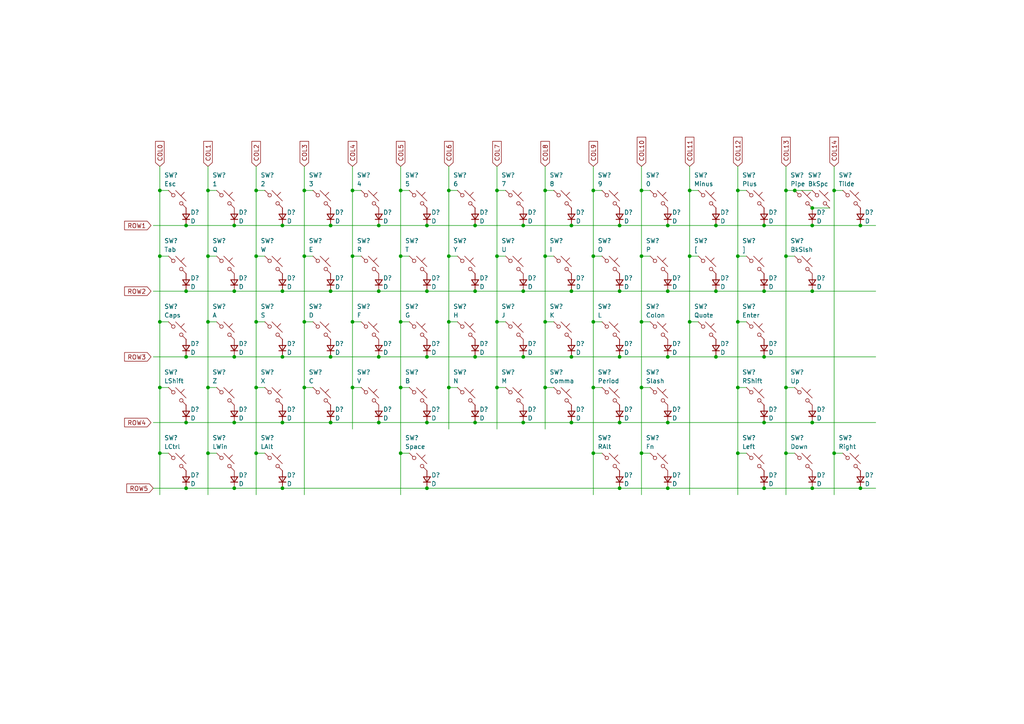
<source format=kicad_sch>
(kicad_sch (version 20211123) (generator eeschema)
  (paper "A4")
  (lib_symbols
    (symbol "Device:D_Small" (pin_numbers hide) (pin_names (offset 0.254) hide)
      (property "Reference" "D" (at -1.27 2.032 0))
      (property "Value" "D_Small" (at -3.81 -2.032 0))
      (symbol "D_Small_0_1"
        (polyline (pts (xy -0.762 -1.016) (xy -0.762 1.016)) (stroke (width 0.254)))
        (polyline (pts (xy -0.762 0) (xy 0.762 0)))
        (polyline (pts (xy 0.762 -1.016) (xy -0.762 0) (xy 0.762 1.016) (xy 0.762 -1.016)) (stroke (width 0.254)))
      )
      (symbol "D_Small_1_1"
        (pin passive line (at -2.54 0 0) (length 1.778) (name "K") (number "1"))
        (pin passive line (at 2.54 0 180) (length 1.778) (name "A") (number "2"))
      )
    )
    (symbol "marbastlib-mx:MX_SW_HS" (pin_numbers hide) (pin_names (offset 1.016) hide)
      (property "Reference" "SW" (at 3.048 1.016 0))
      (property "Value" "MX_SW_HS" (at 0 -3.81 0))
      (symbol "MX_SW_HS_0_1"
        (circle (center -1.1684 1.1684) (radius 0.508))
        (polyline (pts (xy -0.508 2.54) (xy 2.54 -0.508)))
        (polyline (pts (xy 1.016 1.016) (xy 2.032 2.032)))
        (polyline (pts (xy -2.54 2.54) (xy -1.524 1.524) (xy -1.524 1.524)))
        (polyline (pts (xy 1.524 -1.524) (xy 2.54 -2.54) (xy 2.54 -2.54) (xy 2.54 -2.54)))
        (circle (center 1.143 -1.1938) (radius 0.508))
        (pin passive line (at -2.54 2.54 0) (length 0) (name "1") (number "1"))
        (pin passive line (at 2.54 -2.54 180) (length 0) (name "2") (number "2"))
      )
    )
  )
  (junction (at 95.885 84.455))
  (junction (at 130.175 112.395))
  (junction (at 207.645 65.405))
  (junction (at 221.615 65.405))
  (junction (at 179.705 84.455))
  (junction (at 137.795 122.555))
  (junction (at 46.355 55.245))
  (junction (at 88.265 112.395))
  (junction (at 95.885 103.505))
  (junction (at 46.355 74.295))
  (junction (at 116.205 55.245))
  (junction (at 67.945 141.605))
  (junction (at 60.325 55.245))
  (junction (at 172.085 74.295))
  (junction (at 158.115 93.345))
  (junction (at 109.855 103.505))
  (junction (at 165.735 103.505))
  (junction (at 172.085 112.395))
  (junction (at 130.175 93.345))
  (junction (at 213.995 112.395))
  (junction (at 130.175 74.295))
  (junction (at 116.205 74.295))
  (junction (at 109.855 122.555))
  (junction (at 221.615 103.505))
  (junction (at 186.055 55.245))
  (junction (at 213.995 131.445))
  (junction (at 193.675 103.505))
  (junction (at 241.935 55.245))
  (junction (at 186.055 112.395))
  (junction (at 88.265 93.345))
  (junction (at 249.555 65.405))
  (junction (at 123.825 122.555))
  (junction (at 193.675 141.605))
  (junction (at 213.995 55.245))
  (junction (at 158.115 112.395))
  (junction (at 67.945 84.455))
  (junction (at 207.645 103.505))
  (junction (at 102.235 112.395))
  (junction (at 200.025 93.345))
  (junction (at 81.915 84.455))
  (junction (at 60.325 112.395))
  (junction (at 102.235 55.245))
  (junction (at 53.975 84.455))
  (junction (at 230.505 55.245))
  (junction (at 235.585 122.555))
  (junction (at 213.995 93.345))
  (junction (at 172.085 93.345))
  (junction (at 109.855 84.455))
  (junction (at 200.025 55.245))
  (junction (at 193.675 84.455))
  (junction (at 116.205 93.345))
  (junction (at 74.295 55.245))
  (junction (at 67.945 103.505))
  (junction (at 123.825 103.505))
  (junction (at 165.735 65.405))
  (junction (at 186.055 74.295))
  (junction (at 165.735 84.455))
  (junction (at 74.295 112.395))
  (junction (at 221.615 141.605))
  (junction (at 144.145 74.295))
  (junction (at 249.555 141.605))
  (junction (at 53.975 103.505))
  (junction (at 81.915 141.605))
  (junction (at 60.325 74.295))
  (junction (at 46.355 131.445))
  (junction (at 200.025 74.295))
  (junction (at 172.085 55.245))
  (junction (at 102.235 74.295))
  (junction (at 67.945 122.555))
  (junction (at 241.935 131.445))
  (junction (at 227.965 131.445))
  (junction (at 123.825 141.605))
  (junction (at 95.885 65.405))
  (junction (at 53.975 141.605))
  (junction (at 137.795 84.455))
  (junction (at 158.115 55.245))
  (junction (at 221.615 122.555))
  (junction (at 151.765 122.555))
  (junction (at 227.965 55.245))
  (junction (at 116.205 112.395))
  (junction (at 172.085 131.445))
  (junction (at 102.235 93.345))
  (junction (at 74.295 131.445))
  (junction (at 81.915 103.505))
  (junction (at 221.615 84.455))
  (junction (at 123.825 65.405))
  (junction (at 46.355 112.395))
  (junction (at 179.705 103.505))
  (junction (at 137.795 103.505))
  (junction (at 137.795 65.405))
  (junction (at 207.645 84.455))
  (junction (at 193.675 65.405))
  (junction (at 151.765 103.505))
  (junction (at 130.175 55.245))
  (junction (at 235.585 141.605))
  (junction (at 158.115 74.295))
  (junction (at 74.295 74.295))
  (junction (at 235.585 65.405))
  (junction (at 235.585 60.325))
  (junction (at 186.055 131.445))
  (junction (at 109.855 65.405))
  (junction (at 67.945 65.405))
  (junction (at 165.735 122.555))
  (junction (at 60.325 93.345))
  (junction (at 151.765 65.405))
  (junction (at 151.765 84.455))
  (junction (at 144.145 93.345))
  (junction (at 60.325 131.445))
  (junction (at 193.675 122.555))
  (junction (at 179.705 141.605))
  (junction (at 123.825 84.455))
  (junction (at 53.975 122.555))
  (junction (at 46.355 93.345))
  (junction (at 88.265 55.245))
  (junction (at 227.965 74.295))
  (junction (at 88.265 74.295))
  (junction (at 227.965 112.395))
  (junction (at 81.915 65.405))
  (junction (at 81.915 122.555))
  (junction (at 179.705 65.405))
  (junction (at 235.585 84.455))
  (junction (at 186.055 93.345))
  (junction (at 74.295 93.345))
  (junction (at 144.145 112.395))
  (junction (at 53.975 65.405))
  (junction (at 116.205 131.445))
  (junction (at 95.885 122.555))
  (junction (at 213.995 74.295))
  (junction (at 144.145 55.245))
  (junction (at 179.705 122.555))
  (wire (pts (xy 137.795 65.405) (xy 151.765 65.405)))
  (wire (pts (xy 109.855 65.405) (xy 123.825 65.405)))
  (wire (pts (xy 158.115 93.345) (xy 158.115 112.395)))
  (wire (pts (xy 207.645 65.405) (xy 221.615 65.405)))
  (wire (pts (xy 249.555 65.405) (xy 254 65.405)))
  (wire (pts (xy 116.205 55.245) (xy 118.745 55.245)))
  (wire (pts (xy 241.935 48.26) (xy 241.935 55.245)))
  (wire (pts (xy 221.615 65.405) (xy 235.585 65.405)))
  (wire (pts (xy 95.885 84.455) (xy 109.855 84.455)))
  (wire (pts (xy 74.295 55.245) (xy 76.835 55.245)))
  (wire (pts (xy 102.235 112.395) (xy 104.775 112.395)))
  (wire (pts (xy 227.965 131.445) (xy 227.965 143.51)))
  (wire (pts (xy 172.085 55.245) (xy 172.085 74.295)))
  (wire (pts (xy 213.995 93.345) (xy 216.535 93.345)))
  (wire (pts (xy 74.295 93.345) (xy 74.295 112.395)))
  (wire (pts (xy 88.265 74.295) (xy 90.805 74.295)))
  (wire (pts (xy 53.975 65.405) (xy 67.945 65.405)))
  (wire (pts (xy 221.615 103.505) (xy 254 103.505)))
  (wire (pts (xy 235.585 122.555) (xy 254 122.555)))
  (wire (pts (xy 200.025 48.26) (xy 200.025 55.245)))
  (wire (pts (xy 249.555 141.605) (xy 254 141.605)))
  (wire (pts (xy 130.175 55.245) (xy 132.715 55.245)))
  (wire (pts (xy 60.325 55.245) (xy 60.325 74.295)))
  (wire (pts (xy 165.735 65.405) (xy 179.705 65.405)))
  (wire (pts (xy 137.795 103.505) (xy 151.765 103.505)))
  (wire (pts (xy 144.145 93.345) (xy 144.145 112.395)))
  (wire (pts (xy 130.175 55.245) (xy 130.175 74.295)))
  (wire (pts (xy 144.145 112.395) (xy 146.685 112.395)))
  (wire (pts (xy 241.935 131.445) (xy 244.475 131.445)))
  (wire (pts (xy 102.235 93.345) (xy 104.775 93.345)))
  (wire (pts (xy 74.295 112.395) (xy 74.295 131.445)))
  (wire (pts (xy 102.235 93.345) (xy 102.235 112.395)))
  (wire (pts (xy 241.935 131.445) (xy 241.935 143.51)))
  (wire (pts (xy 130.175 74.295) (xy 130.175 93.345)))
  (wire (pts (xy 102.235 55.245) (xy 102.235 74.295)))
  (wire (pts (xy 186.055 93.345) (xy 186.055 112.395)))
  (wire (pts (xy 144.145 74.295) (xy 146.685 74.295)))
  (wire (pts (xy 179.705 84.455) (xy 193.675 84.455)))
  (wire (pts (xy 227.965 55.245) (xy 230.505 55.245)))
  (wire (pts (xy 186.055 93.345) (xy 188.595 93.345)))
  (wire (pts (xy 123.825 103.505) (xy 137.795 103.505)))
  (wire (pts (xy 46.355 131.445) (xy 48.895 131.445)))
  (wire (pts (xy 81.915 65.405) (xy 95.885 65.405)))
  (wire (pts (xy 221.615 84.455) (xy 235.585 84.455)))
  (wire (pts (xy 46.355 55.245) (xy 48.895 55.245)))
  (wire (pts (xy 137.795 122.555) (xy 151.765 122.555)))
  (wire (pts (xy 213.995 55.245) (xy 216.535 55.245)))
  (wire (pts (xy 200.025 74.295) (xy 202.565 74.295)))
  (wire (pts (xy 67.945 103.505) (xy 81.915 103.505)))
  (wire (pts (xy 165.735 103.505) (xy 179.705 103.505)))
  (wire (pts (xy 172.085 112.395) (xy 172.085 131.445)))
  (wire (pts (xy 95.885 103.505) (xy 109.855 103.505)))
  (wire (pts (xy 109.855 122.555) (xy 123.825 122.555)))
  (wire (pts (xy 179.705 141.605) (xy 193.675 141.605)))
  (wire (pts (xy 95.885 122.555) (xy 109.855 122.555)))
  (wire (pts (xy 158.115 48.26) (xy 158.115 55.245)))
  (wire (pts (xy 88.265 55.245) (xy 90.805 55.245)))
  (wire (pts (xy 53.975 103.505) (xy 67.945 103.505)))
  (wire (pts (xy 116.205 93.345) (xy 118.745 93.345)))
  (wire (pts (xy 102.235 74.295) (xy 102.235 93.345)))
  (wire (pts (xy 88.265 93.345) (xy 90.805 93.345)))
  (wire (pts (xy 230.505 55.245) (xy 235.585 55.245)))
  (wire (pts (xy 116.205 74.295) (xy 118.745 74.295)))
  (wire (pts (xy 151.765 122.555) (xy 165.735 122.555)))
  (wire (pts (xy 44.45 103.505) (xy 53.975 103.505)))
  (wire (pts (xy 60.325 74.295) (xy 60.325 93.345)))
  (wire (pts (xy 46.355 112.395) (xy 46.355 131.445)))
  (wire (pts (xy 186.055 74.295) (xy 186.055 93.345)))
  (wire (pts (xy 46.355 131.445) (xy 46.355 143.51)))
  (wire (pts (xy 116.205 131.445) (xy 116.205 143.51)))
  (wire (pts (xy 158.115 55.245) (xy 158.115 74.295)))
  (wire (pts (xy 213.995 131.445) (xy 213.995 143.51)))
  (wire (pts (xy 200.025 55.245) (xy 202.565 55.245)))
  (wire (pts (xy 186.055 55.245) (xy 188.595 55.245)))
  (wire (pts (xy 144.145 112.395) (xy 144.145 124.46)))
  (wire (pts (xy 158.115 74.295) (xy 160.655 74.295)))
  (wire (pts (xy 60.325 55.245) (xy 62.865 55.245)))
  (wire (pts (xy 60.325 93.345) (xy 62.865 93.345)))
  (wire (pts (xy 193.675 103.505) (xy 207.645 103.505)))
  (wire (pts (xy 46.355 112.395) (xy 48.895 112.395)))
  (wire (pts (xy 200.025 93.345) (xy 200.025 143.51)))
  (wire (pts (xy 123.825 65.405) (xy 137.795 65.405)))
  (wire (pts (xy 44.45 65.405) (xy 53.975 65.405)))
  (wire (pts (xy 235.585 141.605) (xy 249.555 141.605)))
  (wire (pts (xy 213.995 48.26) (xy 213.995 55.245)))
  (wire (pts (xy 213.995 112.395) (xy 213.995 131.445)))
  (wire (pts (xy 165.735 122.555) (xy 179.705 122.555)))
  (wire (pts (xy 186.055 55.245) (xy 186.055 74.295)))
  (wire (pts (xy 44.45 141.605) (xy 53.975 141.605)))
  (wire (pts (xy 179.705 65.405) (xy 193.675 65.405)))
  (wire (pts (xy 44.45 122.555) (xy 53.975 122.555)))
  (wire (pts (xy 221.615 122.555) (xy 235.585 122.555)))
  (wire (pts (xy 130.175 93.345) (xy 132.715 93.345)))
  (wire (pts (xy 227.965 48.26) (xy 227.965 55.245)))
  (wire (pts (xy 130.175 93.345) (xy 130.175 112.395)))
  (wire (pts (xy 193.675 65.405) (xy 207.645 65.405)))
  (wire (pts (xy 235.585 84.455) (xy 254 84.455)))
  (wire (pts (xy 88.265 93.345) (xy 88.265 112.395)))
  (wire (pts (xy 130.175 112.395) (xy 132.715 112.395)))
  (wire (pts (xy 158.115 93.345) (xy 160.655 93.345)))
  (wire (pts (xy 102.235 48.26) (xy 102.235 55.245)))
  (wire (pts (xy 227.965 112.395) (xy 230.505 112.395)))
  (wire (pts (xy 130.175 112.395) (xy 130.175 124.46)))
  (wire (pts (xy 109.855 103.505) (xy 123.825 103.505)))
  (wire (pts (xy 53.975 141.605) (xy 67.945 141.605)))
  (wire (pts (xy 227.965 74.295) (xy 227.965 112.395)))
  (wire (pts (xy 172.085 74.295) (xy 174.625 74.295)))
  (wire (pts (xy 74.295 131.445) (xy 74.295 143.51)))
  (wire (pts (xy 207.645 84.455) (xy 221.615 84.455)))
  (wire (pts (xy 109.855 84.455) (xy 123.825 84.455)))
  (wire (pts (xy 95.885 65.405) (xy 109.855 65.405)))
  (wire (pts (xy 172.085 55.245) (xy 174.625 55.245)))
  (wire (pts (xy 158.115 112.395) (xy 160.655 112.395)))
  (wire (pts (xy 213.995 131.445) (xy 216.535 131.445)))
  (wire (pts (xy 144.145 55.245) (xy 146.685 55.245)))
  (wire (pts (xy 172.085 93.345) (xy 172.085 112.395)))
  (wire (pts (xy 116.205 112.395) (xy 116.205 131.445)))
  (wire (pts (xy 130.175 74.295) (xy 132.715 74.295)))
  (wire (pts (xy 165.735 84.455) (xy 179.705 84.455)))
  (wire (pts (xy 116.205 55.245) (xy 116.205 74.295)))
  (wire (pts (xy 60.325 74.295) (xy 62.865 74.295)))
  (wire (pts (xy 172.085 93.345) (xy 174.625 93.345)))
  (wire (pts (xy 123.825 122.555) (xy 137.795 122.555)))
  (wire (pts (xy 179.705 122.555) (xy 193.675 122.555)))
  (wire (pts (xy 46.355 55.245) (xy 46.355 74.295)))
  (wire (pts (xy 227.965 131.445) (xy 230.505 131.445)))
  (wire (pts (xy 60.325 131.445) (xy 60.325 143.51)))
  (wire (pts (xy 123.825 84.455) (xy 137.795 84.455)))
  (wire (pts (xy 74.295 93.345) (xy 76.835 93.345)))
  (wire (pts (xy 88.265 74.295) (xy 88.265 93.345)))
  (wire (pts (xy 213.995 74.295) (xy 216.535 74.295)))
  (wire (pts (xy 213.995 74.295) (xy 213.995 93.345)))
  (wire (pts (xy 46.355 93.345) (xy 46.355 112.395)))
  (wire (pts (xy 200.025 93.345) (xy 202.565 93.345)))
  (wire (pts (xy 88.265 112.395) (xy 90.805 112.395)))
  (wire (pts (xy 116.205 74.295) (xy 116.205 93.345)))
  (wire (pts (xy 46.355 74.295) (xy 46.355 93.345)))
  (wire (pts (xy 44.45 84.455) (xy 53.975 84.455)))
  (wire (pts (xy 46.355 74.295) (xy 48.895 74.295)))
  (wire (pts (xy 151.765 84.455) (xy 165.735 84.455)))
  (wire (pts (xy 158.115 74.295) (xy 158.115 93.345)))
  (wire (pts (xy 102.235 74.295) (xy 104.775 74.295)))
  (wire (pts (xy 116.205 93.345) (xy 116.205 112.395)))
  (wire (pts (xy 227.965 74.295) (xy 230.505 74.295)))
  (wire (pts (xy 46.355 48.26) (xy 46.355 55.245)))
  (wire (pts (xy 74.295 55.245) (xy 74.295 74.295)))
  (wire (pts (xy 241.935 55.245) (xy 241.935 131.445)))
  (wire (pts (xy 74.295 48.26) (xy 74.295 55.245)))
  (wire (pts (xy 88.265 48.26) (xy 88.265 55.245)))
  (wire (pts (xy 144.145 48.26) (xy 144.145 55.245)))
  (wire (pts (xy 116.205 131.445) (xy 118.745 131.445)))
  (wire (pts (xy 144.145 55.245) (xy 144.145 74.295)))
  (wire (pts (xy 235.585 65.405) (xy 249.555 65.405)))
  (wire (pts (xy 123.825 141.605) (xy 179.705 141.605)))
  (wire (pts (xy 74.295 74.295) (xy 76.835 74.295)))
  (wire (pts (xy 179.705 103.505) (xy 193.675 103.505)))
  (wire (pts (xy 81.915 141.605) (xy 123.825 141.605)))
  (wire (pts (xy 88.265 112.395) (xy 88.265 143.51)))
  (wire (pts (xy 130.175 48.26) (xy 130.175 55.245)))
  (wire (pts (xy 46.355 93.345) (xy 48.895 93.345)))
  (wire (pts (xy 193.675 84.455) (xy 207.645 84.455)))
  (wire (pts (xy 213.995 93.345) (xy 213.995 112.395)))
  (wire (pts (xy 227.965 55.245) (xy 227.965 74.295)))
  (wire (pts (xy 200.025 74.295) (xy 200.025 93.345)))
  (wire (pts (xy 186.055 112.395) (xy 188.595 112.395)))
  (wire (pts (xy 172.085 131.445) (xy 174.625 131.445)))
  (wire (pts (xy 172.085 112.395) (xy 174.625 112.395)))
  (wire (pts (xy 67.945 122.555) (xy 81.915 122.555)))
  (wire (pts (xy 60.325 112.395) (xy 62.865 112.395)))
  (wire (pts (xy 74.295 131.445) (xy 76.835 131.445)))
  (wire (pts (xy 172.085 74.295) (xy 172.085 93.345)))
  (wire (pts (xy 207.645 103.505) (xy 221.615 103.505)))
  (wire (pts (xy 74.295 112.395) (xy 76.835 112.395)))
  (wire (pts (xy 81.915 122.555) (xy 95.885 122.555)))
  (wire (pts (xy 67.945 84.455) (xy 81.915 84.455)))
  (wire (pts (xy 172.085 48.26) (xy 172.085 55.245)))
  (wire (pts (xy 235.585 60.325) (xy 240.665 60.325)))
  (wire (pts (xy 213.995 55.245) (xy 213.995 74.295)))
  (wire (pts (xy 151.765 65.405) (xy 165.735 65.405)))
  (wire (pts (xy 241.935 55.245) (xy 244.475 55.245)))
  (wire (pts (xy 102.235 112.395) (xy 102.235 124.46)))
  (wire (pts (xy 172.085 131.445) (xy 172.085 143.51)))
  (wire (pts (xy 186.055 131.445) (xy 188.595 131.445)))
  (wire (pts (xy 193.675 141.605) (xy 221.615 141.605)))
  (wire (pts (xy 74.295 74.295) (xy 74.295 93.345)))
  (wire (pts (xy 186.055 131.445) (xy 186.055 143.51)))
  (wire (pts (xy 158.115 112.395) (xy 158.115 124.46)))
  (wire (pts (xy 81.915 103.505) (xy 95.885 103.505)))
  (wire (pts (xy 213.995 112.395) (xy 216.535 112.395)))
  (wire (pts (xy 144.145 74.295) (xy 144.145 93.345)))
  (wire (pts (xy 158.115 55.245) (xy 160.655 55.245)))
  (wire (pts (xy 102.235 55.245) (xy 104.775 55.245)))
  (wire (pts (xy 81.915 84.455) (xy 95.885 84.455)))
  (wire (pts (xy 137.795 84.455) (xy 151.765 84.455)))
  (wire (pts (xy 116.205 112.395) (xy 118.745 112.395)))
  (wire (pts (xy 67.945 65.405) (xy 81.915 65.405)))
  (wire (pts (xy 221.615 141.605) (xy 235.585 141.605)))
  (wire (pts (xy 60.325 48.26) (xy 60.325 55.245)))
  (wire (pts (xy 200.025 55.245) (xy 200.025 74.295)))
  (wire (pts (xy 186.055 48.26) (xy 186.055 55.245)))
  (wire (pts (xy 88.265 55.245) (xy 88.265 74.295)))
  (wire (pts (xy 116.205 48.26) (xy 116.205 55.245)))
  (wire (pts (xy 193.675 122.555) (xy 221.615 122.555)))
  (wire (pts (xy 60.325 112.395) (xy 60.325 131.445)))
  (wire (pts (xy 227.965 112.395) (xy 227.965 131.445)))
  (wire (pts (xy 53.975 122.555) (xy 67.945 122.555)))
  (wire (pts (xy 53.975 84.455) (xy 67.945 84.455)))
  (wire (pts (xy 151.765 103.505) (xy 165.735 103.505)))
  (wire (pts (xy 186.055 112.395) (xy 186.055 131.445)))
  (wire (pts (xy 144.145 93.345) (xy 146.685 93.345)))
  (wire (pts (xy 60.325 93.345) (xy 60.325 112.395)))
  (wire (pts (xy 67.945 141.605) (xy 81.915 141.605)))
  (wire (pts (xy 186.055 74.295) (xy 188.595 74.295)))
  (wire (pts (xy 60.325 131.445) (xy 62.865 131.445)))
  (global_label "ROW4" (shape input) (at 43.815 122.555 180) (property "Intersheet References" "${INTERSHEET_REFS}" (effects hide)))
  (global_label "COL1" (shape input) (at 60.325 48.26 90) (property "Intersheet References" "${INTERSHEET_REFS}" (effects hide)))
  (global_label "COL14" (shape input) (at 241.935 48.26 90) (property "Intersheet References" "${INTERSHEET_REFS}" (effects hide)))
  (global_label "COL6" (shape input) (at 130.175 48.26 90) (property "Intersheet References" "${INTERSHEET_REFS}" (effects hide)))
  (global_label "COL5" (shape input) (at 116.205 48.26 90) (property "Intersheet References" "${INTERSHEET_REFS}" (effects hide)))
  (global_label "ROW2" (shape input) (at 43.815 84.455 180) (property "Intersheet References" "${INTERSHEET_REFS}" (effects hide)))
  (global_label "COL11" (shape input) (at 200.025 48.26 90) (property "Intersheet References" "${INTERSHEET_REFS}" (effects hide)))
  (global_label "COL2" (shape input) (at 74.295 48.26 90) (property "Intersheet References" "${INTERSHEET_REFS}" (effects hide)))
  (global_label "COL9" (shape input) (at 172.085 48.26 90) (property "Intersheet References" "${INTERSHEET_REFS}" (effects hide)))
  (global_label "COL10" (shape input) (at 186.055 48.26 90) (property "Intersheet References" "${INTERSHEET_REFS}" (effects hide)))
  (global_label "ROW3" (shape input) (at 43.815 103.505 180) (property "Intersheet References" "${INTERSHEET_REFS}" (effects hide)))
  (global_label "COL7" (shape input) (at 144.145 48.26 90) (property "Intersheet References" "${INTERSHEET_REFS}" (effects hide)))
  (global_label "ROW1" (shape input) (at 43.815 65.405 180) (property "Intersheet References" "${INTERSHEET_REFS}" (effects hide)))
  (global_label "COL8" (shape input) (at 158.115 48.26 90) (property "Intersheet References" "${INTERSHEET_REFS}" (effects hide)))
  (global_label "ROW5" (shape input) (at 44.45 141.605 180) (property "Intersheet References" "${INTERSHEET_REFS}" (effects hide)))
  (global_label "COL12" (shape input) (at 213.995 48.26 90) (property "Intersheet References" "${INTERSHEET_REFS}" (effects hide)))
  (global_label "COL3" (shape input) (at 88.265 48.26 90) (property "Intersheet References" "${INTERSHEET_REFS}" (effects hide)))
  (global_label "COL0" (shape input) (at 46.355 48.26 90) (property "Intersheet References" "${INTERSHEET_REFS}" (effects hide)))
  (global_label "COL4" (shape input) (at 102.235 48.26 90) (property "Intersheet References" "${INTERSHEET_REFS}" (effects hide)))
  (global_label "COL13" (shape input) (at 227.965 48.26 90) (property "Intersheet References" "${INTERSHEET_REFS}" (effects hide)))
  (symbol (lib_id "marbastlib-mx:MX_SW_HS") (at 177.165 114.935 0) (unit 1)
    (property "Reference" "SW?" (at 173.355 107.95 0) (effects (justify left)))
    (property "Value" "Period" (at 173.355 110.49 0) (effects (justify left)))
    (property "Footprint" "marbastlib-mx:SW_MX_HS_1u" (effects hide))
  )
  (symbol (lib_id "Device:D_Small") (at 123.825 139.065 90) (unit 1)
    (property "Reference" "D?" (at 125.095 137.795 90) (effects (justify right)))
    (property "Value" "D" (at 125.095 140.335 90) (effects (justify right)))
  )
  (symbol (lib_id "Device:D_Small") (at 53.975 81.915 90) (unit 1)
    (property "Reference" "D?" (at 55.245 80.645 90) (effects (justify right)))
    (property "Value" "D" (at 55.245 83.185 90) (effects (justify right)))
  )
  (symbol (lib_id "marbastlib-mx:MX_SW_HS") (at 247.015 133.985 0) (unit 1)
    (property "Reference" "SW?" (at 243.205 127 0) (effects (justify left)))
    (property "Value" "Right" (at 243.205 129.54 0) (effects (justify left)))
    (property "Footprint" "marbastlib-mx:SW_MX_HS_1u" (effects hide))
  )
  (symbol (lib_id "marbastlib-mx:MX_SW_HS") (at 107.315 114.935 0) (unit 1)
    (property "Reference" "SW?" (at 103.505 107.95 0) (effects (justify left)))
    (property "Value" "V" (at 103.505 110.49 0) (effects (justify left)))
    (property "Footprint" "marbastlib-mx:SW_MX_HS_1u" (effects hide))
  )
  (symbol (lib_id "marbastlib-mx:MX_SW_HS") (at 233.045 114.935 0) (unit 1)
    (property "Reference" "SW?" (at 229.235 107.95 0) (effects (justify left)))
    (property "Value" "Up" (at 229.235 110.49 0) (effects (justify left)))
    (property "Footprint" "marbastlib-mx:SW_MX_HS_1u" (effects hide))
  )
  (symbol (lib_id "marbastlib-mx:MX_SW_HS") (at 149.225 95.885 0) (unit 1)
    (property "Reference" "SW?" (at 145.415 88.9 0) (effects (justify left)))
    (property "Value" "J" (at 145.415 91.44 0) (effects (justify left)))
    (property "Footprint" "marbastlib-mx:SW_MX_HS_1u" (effects hide))
  )
  (symbol (lib_id "marbastlib-mx:MX_SW_HS") (at 177.165 133.985 0) (unit 1)
    (property "Reference" "SW?" (at 173.355 127 0) (effects (justify left)))
    (property "Value" "RAlt" (at 173.355 129.54 0) (effects (justify left)))
    (property "Footprint" "marbastlib-mx:SW_MX_HS_1u" (effects hide))
  )
  (symbol (lib_id "Device:D_Small") (at 109.855 100.965 90) (unit 1)
    (property "Reference" "D?" (at 111.125 99.695 90) (effects (justify right)))
    (property "Value" "D" (at 111.125 102.235 90) (effects (justify right)))
  )
  (symbol (lib_id "marbastlib-mx:MX_SW_HS") (at 135.255 76.835 0) (unit 1)
    (property "Reference" "SW?" (at 131.445 69.85 0) (effects (justify left)))
    (property "Value" "Y" (at 131.445 72.39 0) (effects (justify left)))
    (property "Footprint" "marbastlib-mx:SW_MX_HS_1u" (effects hide))
  )
  (symbol (lib_id "Device:D_Small") (at 53.975 62.865 90) (unit 1)
    (property "Reference" "D?" (at 55.245 61.595 90) (effects (justify right)))
    (property "Value" "D" (at 55.245 64.135 90) (effects (justify right)))
  )
  (symbol (lib_id "marbastlib-mx:MX_SW_HS") (at 93.345 76.835 0) (unit 1)
    (property "Reference" "SW?" (at 89.535 69.85 0) (effects (justify left)))
    (property "Value" "E" (at 89.535 72.39 0) (effects (justify left)))
    (property "Footprint" "marbastlib-mx:SW_MX_HS_1u" (effects hide))
  )
  (symbol (lib_id "Device:D_Small") (at 67.945 62.865 90) (unit 1)
    (property "Reference" "D?" (at 69.215 61.595 90) (effects (justify right)))
    (property "Value" "D" (at 69.215 64.135 90) (effects (justify right)))
  )
  (symbol (lib_id "Device:D_Small") (at 221.615 100.965 90) (unit 1)
    (property "Reference" "D?" (at 222.885 99.695 90) (effects (justify right)))
    (property "Value" "D" (at 222.885 102.235 90) (effects (justify right)))
  )
  (symbol (lib_id "Device:D_Small") (at 95.885 100.965 90) (unit 1)
    (property "Reference" "D?" (at 97.155 99.695 90) (effects (justify right)))
    (property "Value" "D" (at 97.155 102.235 90) (effects (justify right)))
  )
  (symbol (lib_id "Device:D_Small") (at 95.885 120.015 90) (unit 1)
    (property "Reference" "D?" (at 97.155 118.745 90) (effects (justify right)))
    (property "Value" "D" (at 97.155 121.285 90) (effects (justify right)))
  )
  (symbol (lib_id "Device:D_Small") (at 179.705 81.915 90) (unit 1)
    (property "Reference" "D?" (at 180.975 80.645 90) (effects (justify right)))
    (property "Value" "D" (at 180.975 83.185 90) (effects (justify right)))
  )
  (symbol (lib_id "marbastlib-mx:MX_SW_HS") (at 191.135 95.885 0) (unit 1)
    (property "Reference" "SW?" (at 187.325 88.9 0) (effects (justify left)))
    (property "Value" "Colon" (at 187.325 91.44 0) (effects (justify left)))
    (property "Footprint" "marbastlib-mx:SW_MX_HS_1u" (effects hide))
  )
  (symbol (lib_id "marbastlib-mx:MX_SW_HS") (at 233.045 57.785 0) (unit 1)
    (property "Reference" "SW?" (at 229.235 50.8 0) (effects (justify left)))
    (property "Value" "Pipe" (at 229.235 53.34 0) (effects (justify left)))
    (property "Footprint" "marbastlib-mx:SW_MX_HS_1u" (effects hide))
  )
  (symbol (lib_id "marbastlib-mx:MX_SW_HS") (at 51.435 133.985 0) (unit 1)
    (property "Reference" "SW?" (at 47.625 127 0) (effects (justify left)))
    (property "Value" "LCtrl" (at 47.625 129.54 0) (effects (justify left)))
    (property "Footprint" "marbastlib-mx:SW_MX_HS_1u" (effects hide))
  )
  (symbol (lib_id "marbastlib-mx:MX_SW_HS") (at 51.435 76.835 0) (unit 1)
    (property "Reference" "SW?" (at 47.625 69.85 0) (effects (justify left)))
    (property "Value" "Tab" (at 47.625 72.39 0) (effects (justify left)))
    (property "Footprint" "marbastlib-mx:SW_MX_HS_1u" (effects hide))
  )
  (symbol (lib_id "marbastlib-mx:MX_SW_HS") (at 121.285 57.785 0) (unit 1)
    (property "Reference" "SW?" (at 117.475 50.8 0) (effects (justify left)))
    (property "Value" "5" (at 117.475 53.34 0) (effects (justify left)))
    (property "Footprint" "marbastlib-mx:SW_MX_HS_1u" (effects hide))
  )
  (symbol (lib_id "marbastlib-mx:MX_SW_HS") (at 79.375 133.985 0) (unit 1)
    (property "Reference" "SW?" (at 75.565 127 0) (effects (justify left)))
    (property "Value" "LAlt" (at 75.565 129.54 0) (effects (justify left)))
    (property "Footprint" "marbastlib-mx:SW_MX_HS_1u" (effects hide))
  )
  (symbol (lib_id "marbastlib-mx:MX_SW_HS") (at 205.105 95.885 0) (unit 1)
    (property "Reference" "SW?" (at 201.295 88.9 0) (effects (justify left)))
    (property "Value" "Quote" (at 201.295 91.44 0) (effects (justify left)))
    (property "Footprint" "marbastlib-mx:SW_MX_HS_1u" (effects hide))
  )
  (symbol (lib_id "Device:D_Small") (at 165.735 120.015 90) (unit 1)
    (property "Reference" "D?" (at 167.005 118.745 90) (effects (justify right)))
    (property "Value" "D" (at 167.005 121.285 90) (effects (justify right)))
  )
  (symbol (lib_id "marbastlib-mx:MX_SW_HS") (at 205.105 76.835 0) (unit 1)
    (property "Reference" "SW?" (at 201.295 69.85 0) (effects (justify left)))
    (property "Value" "[" (at 201.295 72.39 0) (effects (justify left)))
    (property "Footprint" "marbastlib-mx:SW_MX_HS_1u" (effects hide))
  )
  (symbol (lib_id "marbastlib-mx:MX_SW_HS") (at 219.075 133.985 0) (unit 1)
    (property "Reference" "SW?" (at 215.265 127 0) (effects (justify left)))
    (property "Value" "Left" (at 215.265 129.54 0) (effects (justify left)))
    (property "Footprint" "marbastlib-mx:SW_MX_HS_1u" (effects hide))
  )
  (symbol (lib_id "Device:D_Small") (at 235.585 139.065 90) (unit 1)
    (property "Reference" "D?" (at 236.855 137.795 90) (effects (justify right)))
    (property "Value" "D" (at 236.855 140.335 90) (effects (justify right)))
  )
  (symbol (lib_id "Device:D_Small") (at 53.975 120.015 90) (unit 1)
    (property "Reference" "D?" (at 55.245 118.745 90) (effects (justify right)))
    (property "Value" "D" (at 55.245 121.285 90) (effects (justify right)))
  )
  (symbol (lib_id "marbastlib-mx:MX_SW_HS") (at 163.195 57.785 0) (unit 1)
    (property "Reference" "SW?" (at 159.385 50.8 0) (effects (justify left)))
    (property "Value" "8" (at 159.385 53.34 0) (effects (justify left)))
    (property "Footprint" "marbastlib-mx:SW_MX_HS_1u" (effects hide))
  )
  (symbol (lib_id "Device:D_Small") (at 221.615 81.915 90) (unit 1)
    (property "Reference" "D?" (at 222.885 80.645 90) (effects (justify right)))
    (property "Value" "D" (at 222.885 83.185 90) (effects (justify right)))
  )
  (symbol (lib_id "marbastlib-mx:MX_SW_HS") (at 51.435 114.935 0) (unit 1)
    (property "Reference" "SW?" (at 47.625 107.95 0) (effects (justify left)))
    (property "Value" "LShift" (at 47.625 110.49 0) (effects (justify left)))
    (property "Footprint" "marbastlib-mx:SW_MX_HS_1u" (effects hide))
  )
  (symbol (lib_id "Device:D_Small") (at 179.705 62.865 90) (unit 1)
    (property "Reference" "D?" (at 180.975 61.595 90) (effects (justify right)))
    (property "Value" "D" (at 180.975 64.135 90) (effects (justify right)))
  )
  (symbol (lib_id "Device:D_Small") (at 165.735 100.965 90) (unit 1)
    (property "Reference" "D?" (at 167.005 99.695 90) (effects (justify right)))
    (property "Value" "D" (at 167.005 102.235 90) (effects (justify right)))
  )
  (symbol (lib_id "Device:D_Small") (at 81.915 120.015 90) (unit 1)
    (property "Reference" "D?" (at 83.185 118.745 90) (effects (justify right)))
    (property "Value" "D" (at 83.185 121.285 90) (effects (justify right)))
  )
  (symbol (lib_id "marbastlib-mx:MX_SW_HS") (at 233.045 133.985 0) (unit 1)
    (property "Reference" "SW?" (at 229.235 127 0) (effects (justify left)))
    (property "Value" "Down" (at 229.235 129.54 0) (effects (justify left)))
    (property "Footprint" "marbastlib-mx:SW_MX_HS_1u" (effects hide))
  )
  (symbol (lib_id "marbastlib-mx:MX_SW_HS") (at 205.105 57.785 0) (unit 1)
    (property "Reference" "SW?" (at 201.295 50.8 0) (effects (justify left)))
    (property "Value" "Minus" (at 201.295 53.34 0) (effects (justify left)))
    (property "Footprint" "marbastlib-mx:SW_MX_HS_1u" (effects hide))
  )
  (symbol (lib_id "Device:D_Small") (at 151.765 62.865 90) (unit 1)
    (property "Reference" "D?" (at 153.035 61.595 90) (effects (justify right)))
    (property "Value" "D" (at 153.035 64.135 90) (effects (justify right)))
  )
  (symbol (lib_id "marbastlib-mx:MX_SW_HS") (at 107.315 57.785 0) (unit 1)
    (property "Reference" "SW?" (at 103.505 50.8 0) (effects (justify left)))
    (property "Value" "4" (at 103.505 53.34 0) (effects (justify left)))
    (property "Footprint" "marbastlib-mx:SW_MX_HS_1u" (effects hide))
  )
  (symbol (lib_id "Device:D_Small") (at 235.585 62.865 90) (unit 1)
    (property "Reference" "D?" (at 236.855 61.595 90) (effects (justify right)))
    (property "Value" "D" (at 236.855 64.135 90) (effects (justify right)))
  )
  (symbol (lib_id "Device:D_Small") (at 165.735 81.915 90) (unit 1)
    (property "Reference" "D?" (at 167.005 80.645 90) (effects (justify right)))
    (property "Value" "D" (at 167.005 83.185 90) (effects (justify right)))
  )
  (symbol (lib_id "marbastlib-mx:MX_SW_HS") (at 191.135 76.835 0) (unit 1)
    (property "Reference" "SW?" (at 187.325 69.85 0) (effects (justify left)))
    (property "Value" "P" (at 187.325 72.39 0) (effects (justify left)))
    (property "Footprint" "marbastlib-mx:SW_MX_HS_1u" (effects hide))
  )
  (symbol (lib_id "Device:D_Small") (at 151.765 81.915 90) (unit 1)
    (property "Reference" "D?" (at 153.035 80.645 90) (effects (justify right)))
    (property "Value" "D" (at 153.035 83.185 90) (effects (justify right)))
  )
  (symbol (lib_id "marbastlib-mx:MX_SW_HS") (at 79.375 76.835 0) (unit 1)
    (property "Reference" "SW?" (at 75.565 69.85 0) (effects (justify left)))
    (property "Value" "W" (at 75.565 72.39 0) (effects (justify left)))
    (property "Footprint" "marbastlib-mx:SW_MX_HS_1u" (effects hide))
  )
  (symbol (lib_id "marbastlib-mx:MX_SW_HS") (at 121.285 133.985 0) (unit 1)
    (property "Reference" "SW?" (at 117.475 127 0) (effects (justify left)))
    (property "Value" "Space" (at 117.475 129.54 0) (effects (justify left)))
    (property "Footprint" "marbastlib-mx:SW_MX_HS_1u" (effects hide))
  )
  (symbol (lib_id "Device:D_Small") (at 109.855 120.015 90) (unit 1)
    (property "Reference" "D?" (at 111.125 118.745 90) (effects (justify right)))
    (property "Value" "D" (at 111.125 121.285 90) (effects (justify right)))
  )
  (symbol (lib_id "Device:D_Small") (at 81.915 139.065 90) (unit 1)
    (property "Reference" "D?" (at 83.185 137.795 90) (effects (justify right)))
    (property "Value" "D" (at 83.185 140.335 90) (effects (justify right)))
  )
  (symbol (lib_id "marbastlib-mx:MX_SW_HS") (at 238.125 57.785 0) (unit 1)
    (property "Reference" "SW?" (at 234.315 50.8 0) (effects (justify left)))
    (property "Value" "BkSpc" (at 234.315 53.34 0) (effects (justify left)))
    (property "Footprint" "marbastlib-mx:SW_MX_HS_1u" (effects hide))
  )
  (symbol (lib_id "Device:D_Small") (at 179.705 100.965 90) (unit 1)
    (property "Reference" "D?" (at 180.975 99.695 90) (effects (justify right)))
    (property "Value" "D" (at 180.975 102.235 90) (effects (justify right)))
  )
  (symbol (lib_id "Device:D_Small") (at 221.615 139.065 90) (unit 1)
    (property "Reference" "D?" (at 222.885 137.795 90) (effects (justify right)))
    (property "Value" "D" (at 222.885 140.335 90) (effects (justify right)))
  )
  (symbol (lib_id "marbastlib-mx:MX_SW_HS") (at 163.195 114.935 0) (unit 1)
    (property "Reference" "SW?" (at 159.385 107.95 0) (effects (justify left)))
    (property "Value" "Comma" (at 159.385 110.49 0) (effects (justify left)))
    (property "Footprint" "marbastlib-mx:SW_MX_HS_1u" (effects hide))
  )
  (symbol (lib_id "marbastlib-mx:MX_SW_HS") (at 219.075 95.885 0) (unit 1)
    (property "Reference" "SW?" (at 215.265 88.9 0) (effects (justify left)))
    (property "Value" "Enter" (at 215.265 91.44 0) (effects (justify left)))
    (property "Footprint" "marbastlib-mx:SW_MX_HS_1u" (effects hide))
  )
  (symbol (lib_id "marbastlib-mx:MX_SW_HS") (at 177.165 57.785 0) (unit 1)
    (property "Reference" "SW?" (at 173.355 50.8 0) (effects (justify left)))
    (property "Value" "9" (at 173.355 53.34 0) (effects (justify left)))
    (property "Footprint" "marbastlib-mx:SW_MX_HS_1u" (effects hide))
  )
  (symbol (lib_id "marbastlib-mx:MX_SW_HS") (at 135.255 114.935 0) (unit 1)
    (property "Reference" "SW?" (at 131.445 107.95 0) (effects (justify left)))
    (property "Value" "N" (at 131.445 110.49 0) (effects (justify left)))
    (property "Footprint" "marbastlib-mx:SW_MX_HS_1u" (effects hide))
  )
  (symbol (lib_id "marbastlib-mx:MX_SW_HS") (at 93.345 114.935 0) (unit 1)
    (property "Reference" "SW?" (at 89.535 107.95 0) (effects (justify left)))
    (property "Value" "C" (at 89.535 110.49 0) (effects (justify left)))
    (property "Footprint" "marbastlib-mx:SW_MX_HS_1u" (effects hide))
  )
  (symbol (lib_id "Device:D_Small") (at 137.795 62.865 90) (unit 1)
    (property "Reference" "D?" (at 139.065 61.595 90) (effects (justify right)))
    (property "Value" "D" (at 139.065 64.135 90) (effects (justify right)))
  )
  (symbol (lib_id "marbastlib-mx:MX_SW_HS") (at 107.315 95.885 0) (unit 1)
    (property "Reference" "SW?" (at 103.505 88.9 0) (effects (justify left)))
    (property "Value" "F" (at 103.505 91.44 0) (effects (justify left)))
    (property "Footprint" "marbastlib-mx:SW_MX_HS_1u" (effects hide))
  )
  (symbol (lib_id "Device:D_Small") (at 109.855 81.915 90) (unit 1)
    (property "Reference" "D?" (at 111.125 80.645 90) (effects (justify right)))
    (property "Value" "D" (at 111.125 83.185 90) (effects (justify right)))
  )
  (symbol (lib_id "marbastlib-mx:MX_SW_HS") (at 51.435 57.785 0) (unit 1)
    (property "Reference" "SW?" (at 47.625 50.8 0) (effects (justify left)))
    (property "Value" "Esc" (at 47.625 53.34 0) (effects (justify left)))
    (property "Footprint" "marbastlib-mx:SW_MX_HS_1u" (effects hide))
  )
  (symbol (lib_id "Device:D_Small") (at 67.945 81.915 90) (unit 1)
    (property "Reference" "D?" (at 69.215 80.645 90) (effects (justify right)))
    (property "Value" "D" (at 69.215 83.185 90) (effects (justify right)))
  )
  (symbol (lib_id "marbastlib-mx:MX_SW_HS") (at 163.195 76.835 0) (unit 1)
    (property "Reference" "SW?" (at 159.385 69.85 0) (effects (justify left)))
    (property "Value" "I" (at 159.385 72.39 0) (effects (justify left)))
    (property "Footprint" "marbastlib-mx:SW_MX_HS_1u" (effects hide))
  )
  (symbol (lib_id "Device:D_Small") (at 193.675 139.065 90) (unit 1)
    (property "Reference" "D?" (at 194.945 137.795 90) (effects (justify right)))
    (property "Value" "D" (at 194.945 140.335 90) (effects (justify right)))
  )
  (symbol (lib_id "Device:D_Small") (at 95.885 62.865 90) (unit 1)
    (property "Reference" "D?" (at 97.155 61.595 90) (effects (justify right)))
    (property "Value" "D" (at 97.155 64.135 90) (effects (justify right)))
  )
  (symbol (lib_id "Device:D_Small") (at 95.885 81.915 90) (unit 1)
    (property "Reference" "D?" (at 97.155 80.645 90) (effects (justify right)))
    (property "Value" "D" (at 97.155 83.185 90) (effects (justify right)))
  )
  (symbol (lib_id "marbastlib-mx:MX_SW_HS") (at 135.255 57.785 0) (unit 1)
    (property "Reference" "SW?" (at 131.445 50.8 0) (effects (justify left)))
    (property "Value" "6" (at 131.445 53.34 0) (effects (justify left)))
    (property "Footprint" "marbastlib-mx:SW_MX_HS_1u" (effects hide))
  )
  (symbol (lib_id "marbastlib-mx:MX_SW_HS") (at 149.225 114.935 0) (unit 1)
    (property "Reference" "SW?" (at 145.415 107.95 0) (effects (justify left)))
    (property "Value" "M" (at 145.415 110.49 0) (effects (justify left)))
    (property "Footprint" "marbastlib-mx:SW_MX_HS_1u" (effects hide))
  )
  (symbol (lib_id "marbastlib-mx:MX_SW_HS") (at 191.135 114.935 0) (unit 1)
    (property "Reference" "SW?" (at 187.325 107.95 0) (effects (justify left)))
    (property "Value" "Slash" (at 187.325 110.49 0) (effects (justify left)))
    (property "Footprint" "marbastlib-mx:SW_MX_HS_1u" (effects hide))
  )
  (symbol (lib_id "Device:D_Small") (at 249.555 139.065 90) (unit 1)
    (property "Reference" "D?" (at 250.825 137.795 90) (effects (justify right)))
    (property "Value" "D" (at 250.825 140.335 90) (effects (justify right)))
  )
  (symbol (lib_id "marbastlib-mx:MX_SW_HS") (at 107.315 76.835 0) (unit 1)
    (property "Reference" "SW?" (at 103.505 69.85 0) (effects (justify left)))
    (property "Value" "R" (at 103.505 72.39 0) (effects (justify left)))
    (property "Footprint" "marbastlib-mx:SW_MX_HS_1u" (effects hide))
  )
  (symbol (lib_id "Device:D_Small") (at 137.795 100.965 90) (unit 1)
    (property "Reference" "D?" (at 139.065 99.695 90) (effects (justify right)))
    (property "Value" "D" (at 139.065 102.235 90) (effects (justify right)))
  )
  (symbol (lib_id "marbastlib-mx:MX_SW_HS") (at 51.435 95.885 0) (unit 1)
    (property "Reference" "SW?" (at 47.625 88.9 0) (effects (justify left)))
    (property "Value" "Caps" (at 47.625 91.44 0) (effects (justify left)))
    (property "Footprint" "marbastlib-mx:SW_MX_HS_1u" (effects hide))
  )
  (symbol (lib_id "Device:D_Small") (at 193.675 81.915 90) (unit 1)
    (property "Reference" "D?" (at 194.945 80.645 90) (effects (justify right)))
    (property "Value" "D" (at 194.945 83.185 90) (effects (justify right)))
  )
  (symbol (lib_id "Device:D_Small") (at 221.615 62.865 90) (unit 1)
    (property "Reference" "D?" (at 222.885 61.595 90) (effects (justify right)))
    (property "Value" "D" (at 222.885 64.135 90) (effects (justify right)))
  )
  (symbol (lib_id "marbastlib-mx:MX_SW_HS") (at 65.405 95.885 0) (unit 1)
    (property "Reference" "SW?" (at 61.595 88.9 0) (effects (justify left)))
    (property "Value" "A" (at 61.595 91.44 0) (effects (justify left)))
    (property "Footprint" "marbastlib-mx:SW_MX_HS_1u" (effects hide))
  )
  (symbol (lib_id "marbastlib-mx:MX_SW_HS") (at 65.405 133.985 0) (unit 1)
    (property "Reference" "SW?" (at 61.595 127 0) (effects (justify left)))
    (property "Value" "LWin" (at 61.595 129.54 0) (effects (justify left)))
    (property "Footprint" "marbastlib-mx:SW_MX_HS_1u" (effects hide))
  )
  (symbol (lib_id "Device:D_Small") (at 123.825 62.865 90) (unit 1)
    (property "Reference" "D?" (at 125.095 61.595 90) (effects (justify right)))
    (property "Value" "D" (at 125.095 64.135 90) (effects (justify right)))
  )
  (symbol (lib_id "Device:D_Small") (at 193.675 120.015 90) (unit 1)
    (property "Reference" "D?" (at 194.945 118.745 90) (effects (justify right)))
    (property "Value" "D" (at 194.945 121.285 90) (effects (justify right)))
  )
  (symbol (lib_id "Device:D_Small") (at 123.825 100.965 90) (unit 1)
    (property "Reference" "D?" (at 125.095 99.695 90) (effects (justify right)))
    (property "Value" "D" (at 125.095 102.235 90) (effects (justify right)))
  )
  (symbol (lib_id "marbastlib-mx:MX_SW_HS") (at 79.375 57.785 0) (unit 1)
    (property "Reference" "SW?" (at 75.565 50.8 0) (effects (justify left)))
    (property "Value" "2" (at 75.565 53.34 0) (effects (justify left)))
    (property "Footprint" "marbastlib-mx:SW_MX_HS_1u" (effects hide))
  )
  (symbol (lib_id "marbastlib-mx:MX_SW_HS") (at 79.375 95.885 0) (unit 1)
    (property "Reference" "SW?" (at 75.565 88.9 0) (effects (justify left)))
    (property "Value" "S" (at 75.565 91.44 0) (effects (justify left)))
    (property "Footprint" "marbastlib-mx:SW_MX_HS_1u" (effects hide))
  )
  (symbol (lib_id "Device:D_Small") (at 235.585 81.915 90) (unit 1)
    (property "Reference" "D?" (at 236.855 80.645 90) (effects (justify right)))
    (property "Value" "D" (at 236.855 83.185 90) (effects (justify right)))
  )
  (symbol (lib_id "Device:D_Small") (at 235.585 120.015 90) (unit 1)
    (property "Reference" "D?" (at 236.855 118.745 90) (effects (justify right)))
    (property "Value" "D" (at 236.855 121.285 90) (effects (justify right)))
  )
  (symbol (lib_id "marbastlib-mx:MX_SW_HS") (at 191.135 57.785 0) (unit 1)
    (property "Reference" "SW?" (at 187.325 50.8 0) (effects (justify left)))
    (property "Value" "0" (at 187.325 53.34 0) (effects (justify left)))
    (property "Footprint" "marbastlib-mx:SW_MX_HS_1u" (effects hide))
  )
  (symbol (lib_id "Device:D_Small") (at 81.915 62.865 90) (unit 1)
    (property "Reference" "D?" (at 83.185 61.595 90) (effects (justify right)))
    (property "Value" "D" (at 83.185 64.135 90) (effects (justify right)))
  )
  (symbol (lib_id "marbastlib-mx:MX_SW_HS") (at 121.285 95.885 0) (unit 1)
    (property "Reference" "SW?" (at 117.475 88.9 0) (effects (justify left)))
    (property "Value" "G" (at 117.475 91.44 0) (effects (justify left)))
    (property "Footprint" "marbastlib-mx:SW_MX_HS_1u" (effects hide))
  )
  (symbol (lib_id "marbastlib-mx:MX_SW_HS") (at 219.075 57.785 0) (unit 1)
    (property "Reference" "SW?" (at 215.265 50.8 0) (effects (justify left)))
    (property "Value" "Plus" (at 215.265 53.34 0) (effects (justify left)))
    (property "Footprint" "marbastlib-mx:SW_MX_HS_1u" (effects hide))
  )
  (symbol (lib_id "marbastlib-mx:MX_SW_HS") (at 65.405 114.935 0) (unit 1)
    (property "Reference" "SW?" (at 61.595 107.95 0) (effects (justify left)))
    (property "Value" "Z" (at 61.595 110.49 0) (effects (justify left)))
    (property "Footprint" "marbastlib-mx:SW_MX_HS_1u" (effects hide))
  )
  (symbol (lib_id "Device:D_Small") (at 193.675 100.965 90) (unit 1)
    (property "Reference" "D?" (at 194.945 99.695 90) (effects (justify right)))
    (property "Value" "D" (at 194.945 102.235 90) (effects (justify right)))
  )
  (symbol (lib_id "marbastlib-mx:MX_SW_HS") (at 163.195 95.885 0) (unit 1)
    (property "Reference" "SW?" (at 159.385 88.9 0) (effects (justify left)))
    (property "Value" "K" (at 159.385 91.44 0) (effects (justify left)))
    (property "Footprint" "marbastlib-mx:SW_MX_HS_1u" (effects hide))
  )
  (symbol (lib_id "Device:D_Small") (at 179.705 120.015 90) (unit 1)
    (property "Reference" "D?" (at 180.975 118.745 90) (effects (justify right)))
    (property "Value" "D" (at 180.975 121.285 90) (effects (justify right)))
  )
  (symbol (lib_id "marbastlib-mx:MX_SW_HS") (at 233.045 76.835 0) (unit 1)
    (property "Reference" "SW?" (at 229.235 69.85 0) (effects (justify left)))
    (property "Value" "BkSlsh" (at 229.235 72.39 0) (effects (justify left)))
    (property "Footprint" "marbastlib-mx:SW_MX_HS_1u" (effects hide))
  )
  (symbol (lib_id "Device:D_Small") (at 109.855 62.865 90) (unit 1)
    (property "Reference" "D?" (at 111.125 61.595 90) (effects (justify right)))
    (property "Value" "D" (at 111.125 64.135 90) (effects (justify right)))
  )
  (symbol (lib_id "Device:D_Small") (at 165.735 62.865 90) (unit 1)
    (property "Reference" "D?" (at 167.005 61.595 90) (effects (justify right)))
    (property "Value" "D" (at 167.005 64.135 90) (effects (justify right)))
  )
  (symbol (lib_id "marbastlib-mx:MX_SW_HS") (at 177.165 76.835 0) (unit 1)
    (property "Reference" "SW?" (at 173.355 69.85 0) (effects (justify left)))
    (property "Value" "O" (at 173.355 72.39 0) (effects (justify left)))
    (property "Footprint" "marbastlib-mx:SW_MX_HS_1u" (effects hide))
  )
  (symbol (lib_id "Device:D_Small") (at 123.825 120.015 90) (unit 1)
    (property "Reference" "D?" (at 125.095 118.745 90) (effects (justify right)))
    (property "Value" "D" (at 125.095 121.285 90) (effects (justify right)))
  )
  (symbol (lib_id "marbastlib-mx:MX_SW_HS") (at 65.405 57.785 0) (unit 1)
    (property "Reference" "SW?" (at 61.595 50.8 0) (effects (justify left)))
    (property "Value" "1" (at 61.595 53.34 0) (effects (justify left)))
    (property "Footprint" "marbastlib-mx:SW_MX_HS_1u" (effects hide))
  )
  (symbol (lib_id "marbastlib-mx:MX_SW_HS") (at 191.135 133.985 0) (unit 1)
    (property "Reference" "SW?" (at 187.325 127 0) (effects (justify left)))
    (property "Value" "Fn" (at 187.325 129.54 0) (effects (justify left)))
    (property "Footprint" "marbastlib-mx:SW_MX_HS_1u" (effects hide))
  )
  (symbol (lib_id "Device:D_Small") (at 193.675 62.865 90) (unit 1)
    (property "Reference" "D?" (at 194.945 61.595 90) (effects (justify right)))
    (property "Value" "D" (at 194.945 64.135 90) (effects (justify right)))
  )
  (symbol (lib_id "Device:D_Small") (at 179.705 139.065 90) (unit 1)
    (property "Reference" "D?" (at 180.975 137.795 90) (effects (justify right)))
    (property "Value" "D" (at 180.975 140.335 90) (effects (justify right)))
  )
  (symbol (lib_id "Device:D_Small") (at 221.615 120.015 90) (unit 1)
    (property "Reference" "D?" (at 222.885 118.745 90) (effects (justify right)))
    (property "Value" "D" (at 222.885 121.285 90) (effects (justify right)))
  )
  (symbol (lib_id "marbastlib-mx:MX_SW_HS") (at 121.285 114.935 0) (unit 1)
    (property "Reference" "SW?" (at 117.475 107.95 0) (effects (justify left)))
    (property "Value" "B" (at 117.475 110.49 0) (effects (justify left)))
    (property "Footprint" "marbastlib-mx:SW_MX_HS_1u" (effects hide))
  )
  (symbol (lib_id "marbastlib-mx:MX_SW_HS") (at 135.255 95.885 0) (unit 1)
    (property "Reference" "SW?" (at 131.445 88.9 0) (effects (justify left)))
    (property "Value" "H" (at 131.445 91.44 0) (effects (justify left)))
    (property "Footprint" "marbastlib-mx:SW_MX_HS_1u" (effects hide))
  )
  (symbol (lib_id "marbastlib-mx:MX_SW_HS") (at 93.345 57.785 0) (unit 1)
    (property "Reference" "SW?" (at 89.535 50.8 0) (effects (justify left)))
    (property "Value" "3" (at 89.535 53.34 0) (effects (justify left)))
    (property "Footprint" "marbastlib-mx:SW_MX_HS_1u" (effects hide))
  )
  (symbol (lib_id "Device:D_Small") (at 137.795 120.015 90) (unit 1)
    (property "Reference" "D?" (at 139.065 118.745 90) (effects (justify right)))
    (property "Value" "D" (at 139.065 121.285 90) (effects (justify right)))
  )
  (symbol (lib_id "marbastlib-mx:MX_SW_HS") (at 65.405 76.835 0) (unit 1)
    (property "Reference" "SW?" (at 61.595 69.85 0) (effects (justify left)))
    (property "Value" "Q" (at 61.595 72.39 0) (effects (justify left)))
    (property "Footprint" "marbastlib-mx:SW_MX_HS_1u" (effects hide))
  )
  (symbol (lib_id "Device:D_Small") (at 67.945 139.065 90) (unit 1)
    (property "Reference" "D?" (at 69.215 137.795 90) (effects (justify right)))
    (property "Value" "D" (at 69.215 140.335 90) (effects (justify right)))
  )
  (symbol (lib_id "marbastlib-mx:MX_SW_HS") (at 219.075 76.835 0) (unit 1)
    (property "Reference" "SW?" (at 215.265 69.85 0) (effects (justify left)))
    (property "Value" "]" (at 215.265 72.39 0) (effects (justify left)))
    (property "Footprint" "marbastlib-mx:SW_MX_HS_1u" (effects hide))
  )
  (symbol (lib_id "marbastlib-mx:MX_SW_HS") (at 177.165 95.885 0) (unit 1)
    (property "Reference" "SW?" (at 173.355 88.9 0) (effects (justify left)))
    (property "Value" "L" (at 173.355 91.44 0) (effects (justify left)))
    (property "Footprint" "marbastlib-mx:SW_MX_HS_1u" (effects hide))
  )
  (symbol (lib_id "marbastlib-mx:MX_SW_HS") (at 247.015 57.785 0) (unit 1)
    (property "Reference" "SW?" (at 243.205 50.8 0) (effects (justify left)))
    (property "Value" "Tilde" (at 243.205 53.34 0) (effects (justify left)))
    (property "Footprint" "marbastlib-mx:SW_MX_HS_1u" (effects hide))
  )
  (symbol (lib_id "Device:D_Small") (at 151.765 120.015 90) (unit 1)
    (property "Reference" "D?" (at 153.035 118.745 90) (effects (justify right)))
    (property "Value" "D" (at 153.035 121.285 90) (effects (justify right)))
  )
  (symbol (lib_id "Device:D_Small") (at 249.555 62.865 90) (unit 1)
    (property "Reference" "D?" (at 250.825 61.595 90) (effects (justify right)))
    (property "Value" "D" (at 250.825 64.135 90) (effects (justify right)))
  )
  (symbol (lib_id "marbastlib-mx:MX_SW_HS") (at 149.225 76.835 0) (unit 1)
    (property "Reference" "SW?" (at 145.415 69.85 0) (effects (justify left)))
    (property "Value" "U" (at 145.415 72.39 0) (effects (justify left)))
    (property "Footprint" "marbastlib-mx:SW_MX_HS_1u" (effects hide))
  )
  (symbol (lib_id "marbastlib-mx:MX_SW_HS") (at 219.075 114.935 0) (unit 1)
    (property "Reference" "SW?" (at 215.265 107.95 0) (effects (justify left)))
    (property "Value" "RShift" (at 215.265 110.49 0) (effects (justify left)))
    (property "Footprint" "marbastlib-mx:SW_MX_HS_1u" (effects hide))
  )
  (symbol (lib_id "Device:D_Small") (at 81.915 81.915 90) (unit 1)
    (property "Reference" "D?" (at 83.185 80.645 90) (effects (justify right)))
    (property "Value" "D" (at 83.185 83.185 90) (effects (justify right)))
  )
  (symbol (lib_id "Device:D_Small") (at 207.645 81.915 90) (unit 1)
    (property "Reference" "D?" (at 208.915 80.645 90) (effects (justify right)))
    (property "Value" "D" (at 208.915 83.185 90) (effects (justify right)))
  )
  (symbol (lib_id "Device:D_Small") (at 207.645 62.865 90) (unit 1)
    (property "Reference" "D?" (at 208.915 61.595 90) (effects (justify right)))
    (property "Value" "D" (at 208.915 64.135 90) (effects (justify right)))
  )
  (symbol (lib_id "Device:D_Small") (at 53.975 100.965 90) (unit 1)
    (property "Reference" "D?" (at 55.245 99.695 90) (effects (justify right)))
    (property "Value" "D" (at 55.245 102.235 90) (effects (justify right)))
  )
  (symbol (lib_id "Device:D_Small") (at 123.825 81.915 90) (unit 1)
    (property "Reference" "D?" (at 125.095 80.645 90) (effects (justify right)))
    (property "Value" "D" (at 125.095 83.185 90) (effects (justify right)))
  )
  (symbol (lib_id "Device:D_Small") (at 53.975 139.065 90) (unit 1)
    (property "Reference" "D?" (at 55.245 137.795 90) (effects (justify right)))
    (property "Value" "D" (at 55.245 140.335 90) (effects (justify right)))
  )
  (symbol (lib_id "marbastlib-mx:MX_SW_HS") (at 79.375 114.935 0) (unit 1)
    (property "Reference" "SW?" (at 75.565 107.95 0) (effects (justify left)))
    (property "Value" "X" (at 75.565 110.49 0) (effects (justify left)))
    (property "Footprint" "marbastlib-mx:SW_MX_HS_1u" (effects hide))
  )
  (symbol (lib_id "marbastlib-mx:MX_SW_HS") (at 121.285 76.835 0) (unit 1)
    (property "Reference" "SW?" (at 117.475 69.85 0) (effects (justify left)))
    (property "Value" "T" (at 117.475 72.39 0) (effects (justify left)))
    (property "Footprint" "marbastlib-mx:SW_MX_HS_1u" (effects hide))
  )
  (symbol (lib_id "Device:D_Small") (at 151.765 100.965 90) (unit 1)
    (property "Reference" "D?" (at 153.035 99.695 90) (effects (justify right)))
    (property "Value" "D" (at 153.035 102.235 90) (effects (justify right)))
  )
  (symbol (lib_id "Device:D_Small") (at 137.795 81.915 90) (unit 1)
    (property "Reference" "D?" (at 139.065 80.645 90) (effects (justify right)))
    (property "Value" "D" (at 139.065 83.185 90) (effects (justify right)))
  )
  (symbol (lib_id "marbastlib-mx:MX_SW_HS") (at 149.225 57.785 0) (unit 1)
    (property "Reference" "SW?" (at 145.415 50.8 0) (effects (justify left)))
    (property "Value" "7" (at 145.415 53.34 0) (effects (justify left)))
    (property "Footprint" "marbastlib-mx:SW_MX_HS_1u" (effects hide))
  )
  (symbol (lib_id "marbastlib-mx:MX_SW_HS") (at 93.345 95.885 0) (unit 1)
    (property "Reference" "SW?" (at 89.535 88.9 0) (effects (justify left)))
    (property "Value" "D" (at 89.535 91.44 0) (effects (justify left)))
    (property "Footprint" "marbastlib-mx:SW_MX_HS_1u" (effects hide))
  )
  (symbol (lib_id "Device:D_Small") (at 67.945 120.015 90) (unit 1)
    (property "Reference" "D?" (at 69.215 118.745 90) (effects (justify right)))
    (property "Value" "D" (at 69.215 121.285 90) (effects (justify right)))
  )
  (symbol (lib_id "Device:D_Small") (at 207.645 100.965 90) (unit 1)
    (property "Reference" "D?" (at 208.915 99.695 90) (effects (justify right)))
    (property "Value" "D" (at 208.915 102.235 90) (effects (justify right)))
  )
  (symbol (lib_id "Device:D_Small") (at 81.915 100.965 90) (unit 1)
    (property "Reference" "D?" (at 83.185 99.695 90) (effects (justify right)))
    (property "Value" "D" (at 83.185 102.235 90) (effects (justify right)))
  )
  (symbol (lib_id "Device:D_Small") (at 67.945 100.965 90) (unit 1)
    (property "Reference" "D?" (at 69.215 99.695 90) (effects (justify right)))
    (property "Value" "D" (at 69.215 102.235 90) (effects (justify right)))
  )
)
</source>
